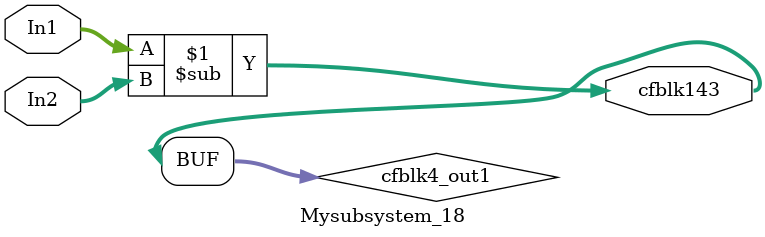
<source format=v>



`timescale 1 ns / 1 ns

module Mysubsystem_18
          (In1,
           In2,
           cfblk143);


  input   [7:0] In1;  // uint8
  input   [7:0] In2;  // uint8
  output  [7:0] cfblk143;  // uint8


  wire [7:0] cfblk4_out1;  // uint8


  assign cfblk4_out1 = In1 - In2;



  assign cfblk143 = cfblk4_out1;

endmodule  // Mysubsystem_18


</source>
